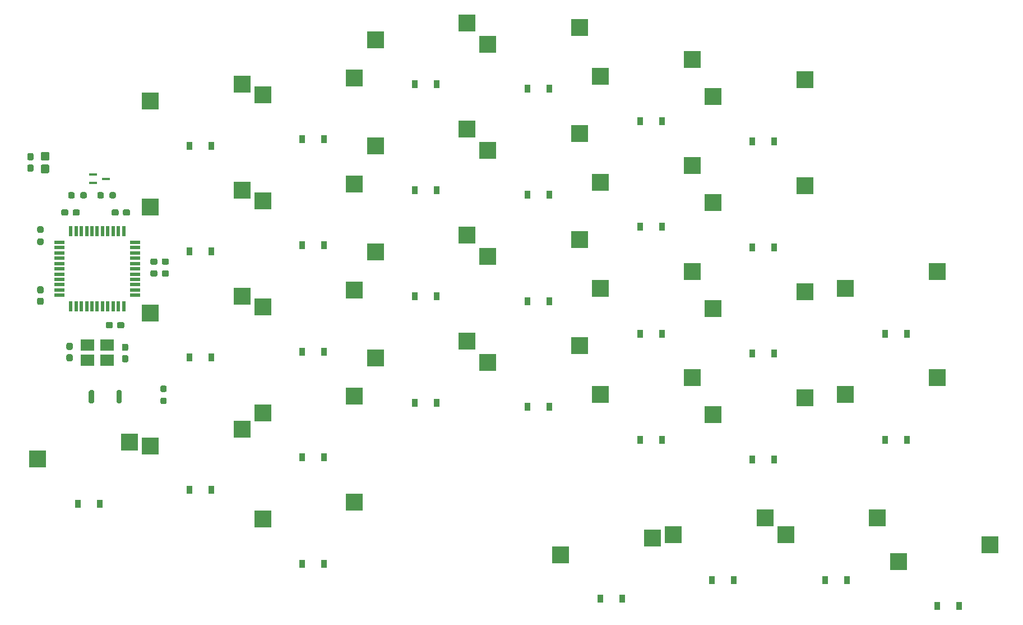
<source format=gbr>
G04 #@! TF.GenerationSoftware,KiCad,Pcbnew,(5.1.7)-1*
G04 #@! TF.CreationDate,2020-12-30T19:43:10-05:00*
G04 #@! TF.ProjectId,snowflake,736e6f77-666c-4616-9b65-2e6b69636164,rev?*
G04 #@! TF.SameCoordinates,Original*
G04 #@! TF.FileFunction,Paste,Bot*
G04 #@! TF.FilePolarity,Positive*
%FSLAX46Y46*%
G04 Gerber Fmt 4.6, Leading zero omitted, Abs format (unit mm)*
G04 Created by KiCad (PCBNEW (5.1.7)-1) date 2020-12-30 19:43:10*
%MOMM*%
%LPD*%
G01*
G04 APERTURE LIST*
%ADD10R,1.168400X0.355600*%
%ADD11R,2.100000X1.800000*%
%ADD12R,0.550000X1.500000*%
%ADD13R,1.500000X0.550000*%
%ADD14R,2.550000X2.500000*%
%ADD15R,0.900000X1.200000*%
G04 APERTURE END LIST*
G36*
G01*
X92500000Y-114100000D02*
X92500000Y-112500000D01*
G75*
G02*
X92700000Y-112300000I200000J0D01*
G01*
X93100000Y-112300000D01*
G75*
G02*
X93300000Y-112500000I0J-200000D01*
G01*
X93300000Y-114100000D01*
G75*
G02*
X93100000Y-114300000I-200000J0D01*
G01*
X92700000Y-114300000D01*
G75*
G02*
X92500000Y-114100000I0J200000D01*
G01*
G37*
G36*
G01*
X96700000Y-114100000D02*
X96700000Y-112500000D01*
G75*
G02*
X96900000Y-112300000I200000J0D01*
G01*
X97300000Y-112300000D01*
G75*
G02*
X97500000Y-112500000I0J-200000D01*
G01*
X97500000Y-114100000D01*
G75*
G02*
X97300000Y-114300000I-200000J0D01*
G01*
X96900000Y-114300000D01*
G75*
G02*
X96700000Y-114100000I0J200000D01*
G01*
G37*
D10*
X95065200Y-80400000D03*
X93134800Y-79750001D03*
X93134800Y-81049999D03*
D11*
X92330000Y-107770000D03*
X95230000Y-107770000D03*
X95230000Y-105470000D03*
X92330000Y-105470000D03*
D12*
X97780000Y-88290000D03*
X96980000Y-88290000D03*
X96180000Y-88290000D03*
X95380000Y-88290000D03*
X94580000Y-88290000D03*
X93780000Y-88290000D03*
X92980000Y-88290000D03*
X92180000Y-88290000D03*
X91380000Y-88290000D03*
X90580000Y-88290000D03*
X89780000Y-88290000D03*
D13*
X88080000Y-89990000D03*
X88080000Y-90790000D03*
X88080000Y-91590000D03*
X88080000Y-92390000D03*
X88080000Y-93190000D03*
X88080000Y-93990000D03*
X88080000Y-94790000D03*
X88080000Y-95590000D03*
X88080000Y-96390000D03*
X88080000Y-97190000D03*
X88080000Y-97990000D03*
D12*
X89780000Y-99690000D03*
X90580000Y-99690000D03*
X91380000Y-99690000D03*
X92180000Y-99690000D03*
X92980000Y-99690000D03*
X93780000Y-99690000D03*
X94580000Y-99690000D03*
X95380000Y-99690000D03*
X96180000Y-99690000D03*
X96980000Y-99690000D03*
X97780000Y-99690000D03*
D13*
X99480000Y-97990000D03*
X99480000Y-97190000D03*
X99480000Y-96390000D03*
X99480000Y-95590000D03*
X99480000Y-94790000D03*
X99480000Y-93990000D03*
X99480000Y-93190000D03*
X99480000Y-92390000D03*
X99480000Y-91590000D03*
X99480000Y-90790000D03*
X99480000Y-89990000D03*
G36*
G01*
X84962500Y-89412500D02*
X85437500Y-89412500D01*
G75*
G02*
X85675000Y-89650000I0J-237500D01*
G01*
X85675000Y-90150000D01*
G75*
G02*
X85437500Y-90387500I-237500J0D01*
G01*
X84962500Y-90387500D01*
G75*
G02*
X84725000Y-90150000I0J237500D01*
G01*
X84725000Y-89650000D01*
G75*
G02*
X84962500Y-89412500I237500J0D01*
G01*
G37*
G36*
G01*
X84962500Y-87587500D02*
X85437500Y-87587500D01*
G75*
G02*
X85675000Y-87825000I0J-237500D01*
G01*
X85675000Y-88325000D01*
G75*
G02*
X85437500Y-88562500I-237500J0D01*
G01*
X84962500Y-88562500D01*
G75*
G02*
X84725000Y-88325000I0J237500D01*
G01*
X84725000Y-87825000D01*
G75*
G02*
X84962500Y-87587500I237500J0D01*
G01*
G37*
G36*
G01*
X104037500Y-112587500D02*
X103562500Y-112587500D01*
G75*
G02*
X103325000Y-112350000I0J237500D01*
G01*
X103325000Y-111850000D01*
G75*
G02*
X103562500Y-111612500I237500J0D01*
G01*
X104037500Y-111612500D01*
G75*
G02*
X104275000Y-111850000I0J-237500D01*
G01*
X104275000Y-112350000D01*
G75*
G02*
X104037500Y-112587500I-237500J0D01*
G01*
G37*
G36*
G01*
X104037500Y-114412500D02*
X103562500Y-114412500D01*
G75*
G02*
X103325000Y-114175000I0J237500D01*
G01*
X103325000Y-113675000D01*
G75*
G02*
X103562500Y-113437500I237500J0D01*
G01*
X104037500Y-113437500D01*
G75*
G02*
X104275000Y-113675000I0J-237500D01*
G01*
X104275000Y-114175000D01*
G75*
G02*
X104037500Y-114412500I-237500J0D01*
G01*
G37*
G36*
G01*
X91225000Y-83137500D02*
X91225000Y-82662500D01*
G75*
G02*
X91462500Y-82425000I237500J0D01*
G01*
X91962500Y-82425000D01*
G75*
G02*
X92200000Y-82662500I0J-237500D01*
G01*
X92200000Y-83137500D01*
G75*
G02*
X91962500Y-83375000I-237500J0D01*
G01*
X91462500Y-83375000D01*
G75*
G02*
X91225000Y-83137500I0J237500D01*
G01*
G37*
G36*
G01*
X89400000Y-83137500D02*
X89400000Y-82662500D01*
G75*
G02*
X89637500Y-82425000I237500J0D01*
G01*
X90137500Y-82425000D01*
G75*
G02*
X90375000Y-82662500I0J-237500D01*
G01*
X90375000Y-83137500D01*
G75*
G02*
X90137500Y-83375000I-237500J0D01*
G01*
X89637500Y-83375000D01*
G75*
G02*
X89400000Y-83137500I0J237500D01*
G01*
G37*
G36*
G01*
X94775000Y-82662500D02*
X94775000Y-83137500D01*
G75*
G02*
X94537500Y-83375000I-237500J0D01*
G01*
X94037500Y-83375000D01*
G75*
G02*
X93800000Y-83137500I0J237500D01*
G01*
X93800000Y-82662500D01*
G75*
G02*
X94037500Y-82425000I237500J0D01*
G01*
X94537500Y-82425000D01*
G75*
G02*
X94775000Y-82662500I0J-237500D01*
G01*
G37*
G36*
G01*
X96600000Y-82662500D02*
X96600000Y-83137500D01*
G75*
G02*
X96362500Y-83375000I-237500J0D01*
G01*
X95862500Y-83375000D01*
G75*
G02*
X95625000Y-83137500I0J237500D01*
G01*
X95625000Y-82662500D01*
G75*
G02*
X95862500Y-82425000I237500J0D01*
G01*
X96362500Y-82425000D01*
G75*
G02*
X96600000Y-82662500I0J-237500D01*
G01*
G37*
D14*
X214790000Y-138150000D03*
X228640000Y-135610000D03*
X197790000Y-134150000D03*
X211640000Y-131610000D03*
X180790000Y-134150000D03*
X194640000Y-131610000D03*
X163790000Y-137150000D03*
X177640000Y-134610000D03*
X118790000Y-131710000D03*
X132640000Y-129170000D03*
X206790000Y-112980000D03*
X220640000Y-110440000D03*
X186790000Y-115980000D03*
X200640000Y-113440000D03*
X169790000Y-112980000D03*
X183640000Y-110440000D03*
X152790000Y-108150000D03*
X166640000Y-105610000D03*
X135790000Y-107450000D03*
X149640000Y-104910000D03*
X118790000Y-115710000D03*
X132640000Y-113170000D03*
X101790000Y-120710000D03*
X115640000Y-118170000D03*
X84790000Y-122710000D03*
X98640000Y-120170000D03*
X206790000Y-96980000D03*
X220640000Y-94440000D03*
X186790000Y-99980000D03*
X200640000Y-97440000D03*
X183640000Y-94440000D03*
X169790000Y-96980000D03*
X152790000Y-92150000D03*
X166640000Y-89610000D03*
X135790000Y-91450000D03*
X149640000Y-88910000D03*
X118790000Y-99710000D03*
X132640000Y-97170000D03*
X101790000Y-100710000D03*
X115640000Y-98170000D03*
X186790000Y-83980000D03*
X200640000Y-81440000D03*
X169790000Y-80980000D03*
X183640000Y-78440000D03*
X152790000Y-76150000D03*
X166640000Y-73610000D03*
X135790000Y-75450000D03*
X149640000Y-72910000D03*
X118790000Y-83710000D03*
X132640000Y-81170000D03*
X101790000Y-84710000D03*
X115640000Y-82170000D03*
X186790000Y-67980000D03*
X200640000Y-65440000D03*
X169790000Y-64980000D03*
X183640000Y-62440000D03*
X152790000Y-60150000D03*
X166640000Y-57610000D03*
X135790000Y-59450000D03*
X149640000Y-56910000D03*
X118790000Y-67710000D03*
X132640000Y-65170000D03*
X101790000Y-68710000D03*
X115640000Y-66170000D03*
G36*
G01*
X85499999Y-78262500D02*
X86300001Y-78262500D01*
G75*
G02*
X86550000Y-78512499I0J-249999D01*
G01*
X86550000Y-79337501D01*
G75*
G02*
X86300001Y-79587500I-249999J0D01*
G01*
X85499999Y-79587500D01*
G75*
G02*
X85250000Y-79337501I0J249999D01*
G01*
X85250000Y-78512499D01*
G75*
G02*
X85499999Y-78262500I249999J0D01*
G01*
G37*
G36*
G01*
X85499999Y-76337500D02*
X86300001Y-76337500D01*
G75*
G02*
X86550000Y-76587499I0J-249999D01*
G01*
X86550000Y-77412501D01*
G75*
G02*
X86300001Y-77662500I-249999J0D01*
G01*
X85499999Y-77662500D01*
G75*
G02*
X85250000Y-77412501I0J249999D01*
G01*
X85250000Y-76587499D01*
G75*
G02*
X85499999Y-76337500I249999J0D01*
G01*
G37*
D15*
X220650000Y-144900000D03*
X223950000Y-144900000D03*
X212750000Y-119800000D03*
X216050000Y-119800000D03*
X212750000Y-103800000D03*
X216050000Y-103800000D03*
X203750000Y-141000000D03*
X207050000Y-141000000D03*
X192750000Y-122800000D03*
X196050000Y-122800000D03*
X192750000Y-106800000D03*
X196050000Y-106800000D03*
X192750000Y-90800000D03*
X196050000Y-90800000D03*
X192750000Y-74800000D03*
X196050000Y-74800000D03*
X186650000Y-140970000D03*
X189950000Y-140970000D03*
X175750000Y-119800000D03*
X179050000Y-119800000D03*
X175750000Y-103800000D03*
X179050000Y-103800000D03*
X175750000Y-87600000D03*
X179050000Y-87600000D03*
X175750000Y-71700000D03*
X179050000Y-71700000D03*
X169750000Y-143800000D03*
X173050000Y-143800000D03*
X158750000Y-114800000D03*
X162050000Y-114800000D03*
X158750000Y-98900000D03*
X162050000Y-98900000D03*
X158750000Y-82800000D03*
X162050000Y-82800000D03*
X158750000Y-66800000D03*
X162050000Y-66800000D03*
X141750000Y-114200000D03*
X145050000Y-114200000D03*
X141750000Y-98100000D03*
X145050000Y-98100000D03*
X141750000Y-82100000D03*
X145050000Y-82100000D03*
X141750000Y-66100000D03*
X145050000Y-66100000D03*
X124750000Y-138500000D03*
X128050000Y-138500000D03*
X124750000Y-122400000D03*
X128050000Y-122400000D03*
X124750000Y-106500000D03*
X128050000Y-106500000D03*
X124750000Y-90400000D03*
X128050000Y-90400000D03*
X124750000Y-74400000D03*
X128050000Y-74400000D03*
X107750000Y-127300000D03*
X111050000Y-127300000D03*
X107750000Y-107400000D03*
X111050000Y-107400000D03*
X107750000Y-91400000D03*
X111050000Y-91400000D03*
X107750000Y-75400000D03*
X111050000Y-75400000D03*
X90850000Y-129500000D03*
X94150000Y-129500000D03*
G36*
G01*
X96137500Y-102262500D02*
X96137500Y-102737500D01*
G75*
G02*
X95900000Y-102975000I-237500J0D01*
G01*
X95300000Y-102975000D01*
G75*
G02*
X95062500Y-102737500I0J237500D01*
G01*
X95062500Y-102262500D01*
G75*
G02*
X95300000Y-102025000I237500J0D01*
G01*
X95900000Y-102025000D01*
G75*
G02*
X96137500Y-102262500I0J-237500D01*
G01*
G37*
G36*
G01*
X97862500Y-102262500D02*
X97862500Y-102737500D01*
G75*
G02*
X97625000Y-102975000I-237500J0D01*
G01*
X97025000Y-102975000D01*
G75*
G02*
X96787500Y-102737500I0J237500D01*
G01*
X96787500Y-102262500D01*
G75*
G02*
X97025000Y-102025000I237500J0D01*
G01*
X97625000Y-102025000D01*
G75*
G02*
X97862500Y-102262500I0J-237500D01*
G01*
G37*
G36*
G01*
X84962500Y-98362500D02*
X85437500Y-98362500D01*
G75*
G02*
X85675000Y-98600000I0J-237500D01*
G01*
X85675000Y-99200000D01*
G75*
G02*
X85437500Y-99437500I-237500J0D01*
G01*
X84962500Y-99437500D01*
G75*
G02*
X84725000Y-99200000I0J237500D01*
G01*
X84725000Y-98600000D01*
G75*
G02*
X84962500Y-98362500I237500J0D01*
G01*
G37*
G36*
G01*
X84962500Y-96637500D02*
X85437500Y-96637500D01*
G75*
G02*
X85675000Y-96875000I0J-237500D01*
G01*
X85675000Y-97475000D01*
G75*
G02*
X85437500Y-97712500I-237500J0D01*
G01*
X84962500Y-97712500D01*
G75*
G02*
X84725000Y-97475000I0J237500D01*
G01*
X84725000Y-96875000D01*
G75*
G02*
X84962500Y-96637500I237500J0D01*
G01*
G37*
G36*
G01*
X103525000Y-93137500D02*
X103525000Y-92662500D01*
G75*
G02*
X103762500Y-92425000I237500J0D01*
G01*
X104362500Y-92425000D01*
G75*
G02*
X104600000Y-92662500I0J-237500D01*
G01*
X104600000Y-93137500D01*
G75*
G02*
X104362500Y-93375000I-237500J0D01*
G01*
X103762500Y-93375000D01*
G75*
G02*
X103525000Y-93137500I0J237500D01*
G01*
G37*
G36*
G01*
X101800000Y-93137500D02*
X101800000Y-92662500D01*
G75*
G02*
X102037500Y-92425000I237500J0D01*
G01*
X102637500Y-92425000D01*
G75*
G02*
X102875000Y-92662500I0J-237500D01*
G01*
X102875000Y-93137500D01*
G75*
G02*
X102637500Y-93375000I-237500J0D01*
G01*
X102037500Y-93375000D01*
G75*
G02*
X101800000Y-93137500I0J237500D01*
G01*
G37*
G36*
G01*
X98237500Y-106375000D02*
X97762500Y-106375000D01*
G75*
G02*
X97525000Y-106137500I0J237500D01*
G01*
X97525000Y-105537500D01*
G75*
G02*
X97762500Y-105300000I237500J0D01*
G01*
X98237500Y-105300000D01*
G75*
G02*
X98475000Y-105537500I0J-237500D01*
G01*
X98475000Y-106137500D01*
G75*
G02*
X98237500Y-106375000I-237500J0D01*
G01*
G37*
G36*
G01*
X98237500Y-108100000D02*
X97762500Y-108100000D01*
G75*
G02*
X97525000Y-107862500I0J237500D01*
G01*
X97525000Y-107262500D01*
G75*
G02*
X97762500Y-107025000I237500J0D01*
G01*
X98237500Y-107025000D01*
G75*
G02*
X98475000Y-107262500I0J-237500D01*
G01*
X98475000Y-107862500D01*
G75*
G02*
X98237500Y-108100000I-237500J0D01*
G01*
G37*
G36*
G01*
X89362500Y-106887500D02*
X89837500Y-106887500D01*
G75*
G02*
X90075000Y-107125000I0J-237500D01*
G01*
X90075000Y-107725000D01*
G75*
G02*
X89837500Y-107962500I-237500J0D01*
G01*
X89362500Y-107962500D01*
G75*
G02*
X89125000Y-107725000I0J237500D01*
G01*
X89125000Y-107125000D01*
G75*
G02*
X89362500Y-106887500I237500J0D01*
G01*
G37*
G36*
G01*
X89362500Y-105162500D02*
X89837500Y-105162500D01*
G75*
G02*
X90075000Y-105400000I0J-237500D01*
G01*
X90075000Y-106000000D01*
G75*
G02*
X89837500Y-106237500I-237500J0D01*
G01*
X89362500Y-106237500D01*
G75*
G02*
X89125000Y-106000000I0J237500D01*
G01*
X89125000Y-105400000D01*
G75*
G02*
X89362500Y-105162500I237500J0D01*
G01*
G37*
G36*
G01*
X97012500Y-85262500D02*
X97012500Y-85737500D01*
G75*
G02*
X96775000Y-85975000I-237500J0D01*
G01*
X96175000Y-85975000D01*
G75*
G02*
X95937500Y-85737500I0J237500D01*
G01*
X95937500Y-85262500D01*
G75*
G02*
X96175000Y-85025000I237500J0D01*
G01*
X96775000Y-85025000D01*
G75*
G02*
X97012500Y-85262500I0J-237500D01*
G01*
G37*
G36*
G01*
X98737500Y-85262500D02*
X98737500Y-85737500D01*
G75*
G02*
X98500000Y-85975000I-237500J0D01*
G01*
X97900000Y-85975000D01*
G75*
G02*
X97662500Y-85737500I0J237500D01*
G01*
X97662500Y-85262500D01*
G75*
G02*
X97900000Y-85025000I237500J0D01*
G01*
X98500000Y-85025000D01*
G75*
G02*
X98737500Y-85262500I0J-237500D01*
G01*
G37*
G36*
G01*
X90062500Y-85737500D02*
X90062500Y-85262500D01*
G75*
G02*
X90300000Y-85025000I237500J0D01*
G01*
X90900000Y-85025000D01*
G75*
G02*
X91137500Y-85262500I0J-237500D01*
G01*
X91137500Y-85737500D01*
G75*
G02*
X90900000Y-85975000I-237500J0D01*
G01*
X90300000Y-85975000D01*
G75*
G02*
X90062500Y-85737500I0J237500D01*
G01*
G37*
G36*
G01*
X88337500Y-85737500D02*
X88337500Y-85262500D01*
G75*
G02*
X88575000Y-85025000I237500J0D01*
G01*
X89175000Y-85025000D01*
G75*
G02*
X89412500Y-85262500I0J-237500D01*
G01*
X89412500Y-85737500D01*
G75*
G02*
X89175000Y-85975000I-237500J0D01*
G01*
X88575000Y-85975000D01*
G75*
G02*
X88337500Y-85737500I0J237500D01*
G01*
G37*
G36*
G01*
X103525000Y-94937500D02*
X103525000Y-94462500D01*
G75*
G02*
X103762500Y-94225000I237500J0D01*
G01*
X104362500Y-94225000D01*
G75*
G02*
X104600000Y-94462500I0J-237500D01*
G01*
X104600000Y-94937500D01*
G75*
G02*
X104362500Y-95175000I-237500J0D01*
G01*
X103762500Y-95175000D01*
G75*
G02*
X103525000Y-94937500I0J237500D01*
G01*
G37*
G36*
G01*
X101800000Y-94937500D02*
X101800000Y-94462500D01*
G75*
G02*
X102037500Y-94225000I237500J0D01*
G01*
X102637500Y-94225000D01*
G75*
G02*
X102875000Y-94462500I0J-237500D01*
G01*
X102875000Y-94937500D01*
G75*
G02*
X102637500Y-95175000I-237500J0D01*
G01*
X102037500Y-95175000D01*
G75*
G02*
X101800000Y-94937500I0J237500D01*
G01*
G37*
G36*
G01*
X83937500Y-77612500D02*
X83462500Y-77612500D01*
G75*
G02*
X83225000Y-77375000I0J237500D01*
G01*
X83225000Y-76775000D01*
G75*
G02*
X83462500Y-76537500I237500J0D01*
G01*
X83937500Y-76537500D01*
G75*
G02*
X84175000Y-76775000I0J-237500D01*
G01*
X84175000Y-77375000D01*
G75*
G02*
X83937500Y-77612500I-237500J0D01*
G01*
G37*
G36*
G01*
X83937500Y-79337500D02*
X83462500Y-79337500D01*
G75*
G02*
X83225000Y-79100000I0J237500D01*
G01*
X83225000Y-78500000D01*
G75*
G02*
X83462500Y-78262500I237500J0D01*
G01*
X83937500Y-78262500D01*
G75*
G02*
X84175000Y-78500000I0J-237500D01*
G01*
X84175000Y-79100000D01*
G75*
G02*
X83937500Y-79337500I-237500J0D01*
G01*
G37*
M02*

</source>
